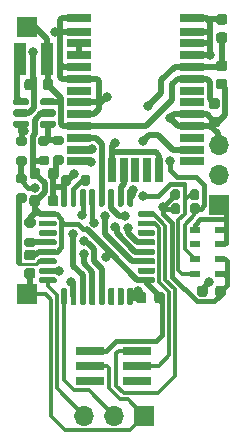
<source format=gbr>
%TF.GenerationSoftware,KiCad,Pcbnew,5.1.9*%
%TF.CreationDate,2021-03-27T13:30:24+01:00*%
%TF.ProjectId,picoballoon,7069636f-6261-46c6-9c6f-6f6e2e6b6963,0.1*%
%TF.SameCoordinates,Original*%
%TF.FileFunction,Copper,L1,Top*%
%TF.FilePolarity,Positive*%
%FSLAX46Y46*%
G04 Gerber Fmt 4.6, Leading zero omitted, Abs format (unit mm)*
G04 Created by KiCad (PCBNEW 5.1.9) date 2021-03-27 13:30:24*
%MOMM*%
%LPD*%
G01*
G04 APERTURE LIST*
%TA.AperFunction,ComponentPad*%
%ADD10O,1.700000X1.700000*%
%TD*%
%TA.AperFunction,ComponentPad*%
%ADD11R,1.700000X1.700000*%
%TD*%
%TA.AperFunction,SMDPad,CuDef*%
%ADD12R,0.700000X2.150000*%
%TD*%
%TA.AperFunction,SMDPad,CuDef*%
%ADD13R,2.150000X0.700000*%
%TD*%
%TA.AperFunction,SMDPad,CuDef*%
%ADD14R,2.400000X0.740000*%
%TD*%
%TA.AperFunction,SMDPad,CuDef*%
%ADD15R,1.000000X2.750000*%
%TD*%
%TA.AperFunction,SMDPad,CuDef*%
%ADD16R,0.950000X0.550000*%
%TD*%
%TA.AperFunction,ViaPad*%
%ADD17C,0.800000*%
%TD*%
%TA.AperFunction,Conductor*%
%ADD18C,0.500000*%
%TD*%
%TA.AperFunction,Conductor*%
%ADD19C,0.400000*%
%TD*%
%TA.AperFunction,Conductor*%
%ADD20C,0.300000*%
%TD*%
%TA.AperFunction,Conductor*%
%ADD21C,0.250000*%
%TD*%
G04 APERTURE END LIST*
D10*
%TO.P,J5,3*%
%TO.N,GND*%
X137380000Y-69940000D03*
%TO.P,J5,2*%
%TO.N,Net-(J5-Pad2)*%
X137380000Y-72480000D03*
D11*
%TO.P,J5,1*%
%TO.N,GND*%
X137380000Y-75020000D03*
%TD*%
%TO.P,J2,1*%
%TO.N,GND*%
X121100000Y-82600000D03*
%TD*%
%TO.P,R3,2*%
%TO.N,Net-(JP1-Pad1)*%
%TA.AperFunction,SMDPad,CuDef*%
G36*
G01*
X120925000Y-70050000D02*
X120375000Y-70050000D01*
G75*
G02*
X120175000Y-69850000I0J200000D01*
G01*
X120175000Y-69450000D01*
G75*
G02*
X120375000Y-69250000I200000J0D01*
G01*
X120925000Y-69250000D01*
G75*
G02*
X121125000Y-69450000I0J-200000D01*
G01*
X121125000Y-69850000D01*
G75*
G02*
X120925000Y-70050000I-200000J0D01*
G01*
G37*
%TD.AperFunction*%
%TO.P,R3,1*%
%TO.N,+BATT*%
%TA.AperFunction,SMDPad,CuDef*%
G36*
G01*
X120925000Y-71700000D02*
X120375000Y-71700000D01*
G75*
G02*
X120175000Y-71500000I0J200000D01*
G01*
X120175000Y-71100000D01*
G75*
G02*
X120375000Y-70900000I200000J0D01*
G01*
X120925000Y-70900000D01*
G75*
G02*
X121125000Y-71100000I0J-200000D01*
G01*
X121125000Y-71500000D01*
G75*
G02*
X120925000Y-71700000I-200000J0D01*
G01*
G37*
%TD.AperFunction*%
%TD*%
%TO.P,U4,1*%
%TO.N,+3V3*%
%TA.AperFunction,SMDPad,CuDef*%
G36*
G01*
X122125000Y-75925000D02*
X122125000Y-75675000D01*
G75*
G02*
X122250000Y-75550000I125000J0D01*
G01*
X123500000Y-75550000D01*
G75*
G02*
X123625000Y-75675000I0J-125000D01*
G01*
X123625000Y-75925000D01*
G75*
G02*
X123500000Y-76050000I-125000J0D01*
G01*
X122250000Y-76050000D01*
G75*
G02*
X122125000Y-75925000I0J125000D01*
G01*
G37*
%TD.AperFunction*%
%TO.P,U4,2*%
%TO.N,N/C*%
%TA.AperFunction,SMDPad,CuDef*%
G36*
G01*
X122125000Y-76725000D02*
X122125000Y-76475000D01*
G75*
G02*
X122250000Y-76350000I125000J0D01*
G01*
X123500000Y-76350000D01*
G75*
G02*
X123625000Y-76475000I0J-125000D01*
G01*
X123625000Y-76725000D01*
G75*
G02*
X123500000Y-76850000I-125000J0D01*
G01*
X122250000Y-76850000D01*
G75*
G02*
X122125000Y-76725000I0J125000D01*
G01*
G37*
%TD.AperFunction*%
%TO.P,U4,3*%
%TA.AperFunction,SMDPad,CuDef*%
G36*
G01*
X122125000Y-77525000D02*
X122125000Y-77275000D01*
G75*
G02*
X122250000Y-77150000I125000J0D01*
G01*
X123500000Y-77150000D01*
G75*
G02*
X123625000Y-77275000I0J-125000D01*
G01*
X123625000Y-77525000D01*
G75*
G02*
X123500000Y-77650000I-125000J0D01*
G01*
X122250000Y-77650000D01*
G75*
G02*
X122125000Y-77525000I0J125000D01*
G01*
G37*
%TD.AperFunction*%
%TO.P,U4,4*%
%TO.N,Net-(R5-Pad1)*%
%TA.AperFunction,SMDPad,CuDef*%
G36*
G01*
X122125000Y-78325000D02*
X122125000Y-78075000D01*
G75*
G02*
X122250000Y-77950000I125000J0D01*
G01*
X123500000Y-77950000D01*
G75*
G02*
X123625000Y-78075000I0J-125000D01*
G01*
X123625000Y-78325000D01*
G75*
G02*
X123500000Y-78450000I-125000J0D01*
G01*
X122250000Y-78450000D01*
G75*
G02*
X122125000Y-78325000I0J125000D01*
G01*
G37*
%TD.AperFunction*%
%TO.P,U4,5*%
%TO.N,+3V3*%
%TA.AperFunction,SMDPad,CuDef*%
G36*
G01*
X122125000Y-79125000D02*
X122125000Y-78875000D01*
G75*
G02*
X122250000Y-78750000I125000J0D01*
G01*
X123500000Y-78750000D01*
G75*
G02*
X123625000Y-78875000I0J-125000D01*
G01*
X123625000Y-79125000D01*
G75*
G02*
X123500000Y-79250000I-125000J0D01*
G01*
X122250000Y-79250000D01*
G75*
G02*
X122125000Y-79125000I0J125000D01*
G01*
G37*
%TD.AperFunction*%
%TO.P,U4,6*%
%TO.N,/VBATT*%
%TA.AperFunction,SMDPad,CuDef*%
G36*
G01*
X122125000Y-79925000D02*
X122125000Y-79675000D01*
G75*
G02*
X122250000Y-79550000I125000J0D01*
G01*
X123500000Y-79550000D01*
G75*
G02*
X123625000Y-79675000I0J-125000D01*
G01*
X123625000Y-79925000D01*
G75*
G02*
X123500000Y-80050000I-125000J0D01*
G01*
X122250000Y-80050000D01*
G75*
G02*
X122125000Y-79925000I0J125000D01*
G01*
G37*
%TD.AperFunction*%
%TO.P,U4,7*%
%TO.N,/RFM_IO1*%
%TA.AperFunction,SMDPad,CuDef*%
G36*
G01*
X122125000Y-80725000D02*
X122125000Y-80475000D01*
G75*
G02*
X122250000Y-80350000I125000J0D01*
G01*
X123500000Y-80350000D01*
G75*
G02*
X123625000Y-80475000I0J-125000D01*
G01*
X123625000Y-80725000D01*
G75*
G02*
X123500000Y-80850000I-125000J0D01*
G01*
X122250000Y-80850000D01*
G75*
G02*
X122125000Y-80725000I0J125000D01*
G01*
G37*
%TD.AperFunction*%
%TO.P,U4,8*%
%TO.N,/DEBUG_TXD*%
%TA.AperFunction,SMDPad,CuDef*%
G36*
G01*
X122125000Y-81525000D02*
X122125000Y-81275000D01*
G75*
G02*
X122250000Y-81150000I125000J0D01*
G01*
X123500000Y-81150000D01*
G75*
G02*
X123625000Y-81275000I0J-125000D01*
G01*
X123625000Y-81525000D01*
G75*
G02*
X123500000Y-81650000I-125000J0D01*
G01*
X122250000Y-81650000D01*
G75*
G02*
X122125000Y-81525000I0J125000D01*
G01*
G37*
%TD.AperFunction*%
%TO.P,U4,9*%
%TO.N,/DEBUG_RXD*%
%TA.AperFunction,SMDPad,CuDef*%
G36*
G01*
X124000000Y-83400000D02*
X124000000Y-82150000D01*
G75*
G02*
X124125000Y-82025000I125000J0D01*
G01*
X124375000Y-82025000D01*
G75*
G02*
X124500000Y-82150000I0J-125000D01*
G01*
X124500000Y-83400000D01*
G75*
G02*
X124375000Y-83525000I-125000J0D01*
G01*
X124125000Y-83525000D01*
G75*
G02*
X124000000Y-83400000I0J125000D01*
G01*
G37*
%TD.AperFunction*%
%TO.P,U4,10*%
%TO.N,/RFM_IO0*%
%TA.AperFunction,SMDPad,CuDef*%
G36*
G01*
X124800000Y-83400000D02*
X124800000Y-82150000D01*
G75*
G02*
X124925000Y-82025000I125000J0D01*
G01*
X125175000Y-82025000D01*
G75*
G02*
X125300000Y-82150000I0J-125000D01*
G01*
X125300000Y-83400000D01*
G75*
G02*
X125175000Y-83525000I-125000J0D01*
G01*
X124925000Y-83525000D01*
G75*
G02*
X124800000Y-83400000I0J125000D01*
G01*
G37*
%TD.AperFunction*%
%TO.P,U4,11*%
%TO.N,/SCK*%
%TA.AperFunction,SMDPad,CuDef*%
G36*
G01*
X125600000Y-83400000D02*
X125600000Y-82150000D01*
G75*
G02*
X125725000Y-82025000I125000J0D01*
G01*
X125975000Y-82025000D01*
G75*
G02*
X126100000Y-82150000I0J-125000D01*
G01*
X126100000Y-83400000D01*
G75*
G02*
X125975000Y-83525000I-125000J0D01*
G01*
X125725000Y-83525000D01*
G75*
G02*
X125600000Y-83400000I0J125000D01*
G01*
G37*
%TD.AperFunction*%
%TO.P,U4,12*%
%TO.N,/MISO*%
%TA.AperFunction,SMDPad,CuDef*%
G36*
G01*
X126400000Y-83400000D02*
X126400000Y-82150000D01*
G75*
G02*
X126525000Y-82025000I125000J0D01*
G01*
X126775000Y-82025000D01*
G75*
G02*
X126900000Y-82150000I0J-125000D01*
G01*
X126900000Y-83400000D01*
G75*
G02*
X126775000Y-83525000I-125000J0D01*
G01*
X126525000Y-83525000D01*
G75*
G02*
X126400000Y-83400000I0J125000D01*
G01*
G37*
%TD.AperFunction*%
%TO.P,U4,13*%
%TO.N,/MOSI*%
%TA.AperFunction,SMDPad,CuDef*%
G36*
G01*
X127200000Y-83400000D02*
X127200000Y-82150000D01*
G75*
G02*
X127325000Y-82025000I125000J0D01*
G01*
X127575000Y-82025000D01*
G75*
G02*
X127700000Y-82150000I0J-125000D01*
G01*
X127700000Y-83400000D01*
G75*
G02*
X127575000Y-83525000I-125000J0D01*
G01*
X127325000Y-83525000D01*
G75*
G02*
X127200000Y-83400000I0J125000D01*
G01*
G37*
%TD.AperFunction*%
%TO.P,U4,14*%
%TO.N,N/C*%
%TA.AperFunction,SMDPad,CuDef*%
G36*
G01*
X128000000Y-83400000D02*
X128000000Y-82150000D01*
G75*
G02*
X128125000Y-82025000I125000J0D01*
G01*
X128375000Y-82025000D01*
G75*
G02*
X128500000Y-82150000I0J-125000D01*
G01*
X128500000Y-83400000D01*
G75*
G02*
X128375000Y-83525000I-125000J0D01*
G01*
X128125000Y-83525000D01*
G75*
G02*
X128000000Y-83400000I0J125000D01*
G01*
G37*
%TD.AperFunction*%
%TO.P,U4,15*%
%TA.AperFunction,SMDPad,CuDef*%
G36*
G01*
X128800000Y-83400000D02*
X128800000Y-82150000D01*
G75*
G02*
X128925000Y-82025000I125000J0D01*
G01*
X129175000Y-82025000D01*
G75*
G02*
X129300000Y-82150000I0J-125000D01*
G01*
X129300000Y-83400000D01*
G75*
G02*
X129175000Y-83525000I-125000J0D01*
G01*
X128925000Y-83525000D01*
G75*
G02*
X128800000Y-83400000I0J125000D01*
G01*
G37*
%TD.AperFunction*%
%TO.P,U4,16*%
%TO.N,GND*%
%TA.AperFunction,SMDPad,CuDef*%
G36*
G01*
X129600000Y-83400000D02*
X129600000Y-82150000D01*
G75*
G02*
X129725000Y-82025000I125000J0D01*
G01*
X129975000Y-82025000D01*
G75*
G02*
X130100000Y-82150000I0J-125000D01*
G01*
X130100000Y-83400000D01*
G75*
G02*
X129975000Y-83525000I-125000J0D01*
G01*
X129725000Y-83525000D01*
G75*
G02*
X129600000Y-83400000I0J125000D01*
G01*
G37*
%TD.AperFunction*%
%TO.P,U4,17*%
%TO.N,+3V3*%
%TA.AperFunction,SMDPad,CuDef*%
G36*
G01*
X130475000Y-81525000D02*
X130475000Y-81275000D01*
G75*
G02*
X130600000Y-81150000I125000J0D01*
G01*
X131850000Y-81150000D01*
G75*
G02*
X131975000Y-81275000I0J-125000D01*
G01*
X131975000Y-81525000D01*
G75*
G02*
X131850000Y-81650000I-125000J0D01*
G01*
X130600000Y-81650000D01*
G75*
G02*
X130475000Y-81525000I0J125000D01*
G01*
G37*
%TD.AperFunction*%
%TO.P,U4,18*%
%TO.N,N/C*%
%TA.AperFunction,SMDPad,CuDef*%
G36*
G01*
X130475000Y-80725000D02*
X130475000Y-80475000D01*
G75*
G02*
X130600000Y-80350000I125000J0D01*
G01*
X131850000Y-80350000D01*
G75*
G02*
X131975000Y-80475000I0J-125000D01*
G01*
X131975000Y-80725000D01*
G75*
G02*
X131850000Y-80850000I-125000J0D01*
G01*
X130600000Y-80850000D01*
G75*
G02*
X130475000Y-80725000I0J125000D01*
G01*
G37*
%TD.AperFunction*%
%TO.P,U4,19*%
%TO.N,/GPS_TXD*%
%TA.AperFunction,SMDPad,CuDef*%
G36*
G01*
X130475000Y-79925000D02*
X130475000Y-79675000D01*
G75*
G02*
X130600000Y-79550000I125000J0D01*
G01*
X131850000Y-79550000D01*
G75*
G02*
X131975000Y-79675000I0J-125000D01*
G01*
X131975000Y-79925000D01*
G75*
G02*
X131850000Y-80050000I-125000J0D01*
G01*
X130600000Y-80050000D01*
G75*
G02*
X130475000Y-79925000I0J125000D01*
G01*
G37*
%TD.AperFunction*%
%TO.P,U4,20*%
%TO.N,/GPS_RXD*%
%TA.AperFunction,SMDPad,CuDef*%
G36*
G01*
X130475000Y-79125000D02*
X130475000Y-78875000D01*
G75*
G02*
X130600000Y-78750000I125000J0D01*
G01*
X131850000Y-78750000D01*
G75*
G02*
X131975000Y-78875000I0J-125000D01*
G01*
X131975000Y-79125000D01*
G75*
G02*
X131850000Y-79250000I-125000J0D01*
G01*
X130600000Y-79250000D01*
G75*
G02*
X130475000Y-79125000I0J125000D01*
G01*
G37*
%TD.AperFunction*%
%TO.P,U4,21*%
%TO.N,/RFM_RESET*%
%TA.AperFunction,SMDPad,CuDef*%
G36*
G01*
X130475000Y-78325000D02*
X130475000Y-78075000D01*
G75*
G02*
X130600000Y-77950000I125000J0D01*
G01*
X131850000Y-77950000D01*
G75*
G02*
X131975000Y-78075000I0J-125000D01*
G01*
X131975000Y-78325000D01*
G75*
G02*
X131850000Y-78450000I-125000J0D01*
G01*
X130600000Y-78450000D01*
G75*
G02*
X130475000Y-78325000I0J125000D01*
G01*
G37*
%TD.AperFunction*%
%TO.P,U4,22*%
%TO.N,N/C*%
%TA.AperFunction,SMDPad,CuDef*%
G36*
G01*
X130475000Y-77525000D02*
X130475000Y-77275000D01*
G75*
G02*
X130600000Y-77150000I125000J0D01*
G01*
X131850000Y-77150000D01*
G75*
G02*
X131975000Y-77275000I0J-125000D01*
G01*
X131975000Y-77525000D01*
G75*
G02*
X131850000Y-77650000I-125000J0D01*
G01*
X130600000Y-77650000D01*
G75*
G02*
X130475000Y-77525000I0J125000D01*
G01*
G37*
%TD.AperFunction*%
%TO.P,U4,23*%
%TO.N,/SWDIO*%
%TA.AperFunction,SMDPad,CuDef*%
G36*
G01*
X130475000Y-76725000D02*
X130475000Y-76475000D01*
G75*
G02*
X130600000Y-76350000I125000J0D01*
G01*
X131850000Y-76350000D01*
G75*
G02*
X131975000Y-76475000I0J-125000D01*
G01*
X131975000Y-76725000D01*
G75*
G02*
X131850000Y-76850000I-125000J0D01*
G01*
X130600000Y-76850000D01*
G75*
G02*
X130475000Y-76725000I0J125000D01*
G01*
G37*
%TD.AperFunction*%
%TO.P,U4,24*%
%TO.N,/SWCLK*%
%TA.AperFunction,SMDPad,CuDef*%
G36*
G01*
X130475000Y-75925000D02*
X130475000Y-75675000D01*
G75*
G02*
X130600000Y-75550000I125000J0D01*
G01*
X131850000Y-75550000D01*
G75*
G02*
X131975000Y-75675000I0J-125000D01*
G01*
X131975000Y-75925000D01*
G75*
G02*
X131850000Y-76050000I-125000J0D01*
G01*
X130600000Y-76050000D01*
G75*
G02*
X130475000Y-75925000I0J125000D01*
G01*
G37*
%TD.AperFunction*%
%TO.P,U4,25*%
%TO.N,/GPS_FIX*%
%TA.AperFunction,SMDPad,CuDef*%
G36*
G01*
X129600000Y-75050000D02*
X129600000Y-73800000D01*
G75*
G02*
X129725000Y-73675000I125000J0D01*
G01*
X129975000Y-73675000D01*
G75*
G02*
X130100000Y-73800000I0J-125000D01*
G01*
X130100000Y-75050000D01*
G75*
G02*
X129975000Y-75175000I-125000J0D01*
G01*
X129725000Y-75175000D01*
G75*
G02*
X129600000Y-75050000I0J125000D01*
G01*
G37*
%TD.AperFunction*%
%TO.P,U4,26*%
%TO.N,/GPS_ON*%
%TA.AperFunction,SMDPad,CuDef*%
G36*
G01*
X128800000Y-75050000D02*
X128800000Y-73800000D01*
G75*
G02*
X128925000Y-73675000I125000J0D01*
G01*
X129175000Y-73675000D01*
G75*
G02*
X129300000Y-73800000I0J-125000D01*
G01*
X129300000Y-75050000D01*
G75*
G02*
X129175000Y-75175000I-125000J0D01*
G01*
X128925000Y-75175000D01*
G75*
G02*
X128800000Y-75050000I0J125000D01*
G01*
G37*
%TD.AperFunction*%
%TO.P,U4,27*%
%TO.N,/RFM_CS*%
%TA.AperFunction,SMDPad,CuDef*%
G36*
G01*
X128000000Y-75050000D02*
X128000000Y-73800000D01*
G75*
G02*
X128125000Y-73675000I125000J0D01*
G01*
X128375000Y-73675000D01*
G75*
G02*
X128500000Y-73800000I0J-125000D01*
G01*
X128500000Y-75050000D01*
G75*
G02*
X128375000Y-75175000I-125000J0D01*
G01*
X128125000Y-75175000D01*
G75*
G02*
X128000000Y-75050000I0J125000D01*
G01*
G37*
%TD.AperFunction*%
%TO.P,U4,28*%
%TO.N,/GPS_FENCE*%
%TA.AperFunction,SMDPad,CuDef*%
G36*
G01*
X127200000Y-75050000D02*
X127200000Y-73800000D01*
G75*
G02*
X127325000Y-73675000I125000J0D01*
G01*
X127575000Y-73675000D01*
G75*
G02*
X127700000Y-73800000I0J-125000D01*
G01*
X127700000Y-75050000D01*
G75*
G02*
X127575000Y-75175000I-125000J0D01*
G01*
X127325000Y-75175000D01*
G75*
G02*
X127200000Y-75050000I0J125000D01*
G01*
G37*
%TD.AperFunction*%
%TO.P,U4,29*%
%TO.N,/SCL*%
%TA.AperFunction,SMDPad,CuDef*%
G36*
G01*
X126400000Y-75050000D02*
X126400000Y-73800000D01*
G75*
G02*
X126525000Y-73675000I125000J0D01*
G01*
X126775000Y-73675000D01*
G75*
G02*
X126900000Y-73800000I0J-125000D01*
G01*
X126900000Y-75050000D01*
G75*
G02*
X126775000Y-75175000I-125000J0D01*
G01*
X126525000Y-75175000D01*
G75*
G02*
X126400000Y-75050000I0J125000D01*
G01*
G37*
%TD.AperFunction*%
%TO.P,U4,30*%
%TO.N,/SDA*%
%TA.AperFunction,SMDPad,CuDef*%
G36*
G01*
X125600000Y-75050000D02*
X125600000Y-73800000D01*
G75*
G02*
X125725000Y-73675000I125000J0D01*
G01*
X125975000Y-73675000D01*
G75*
G02*
X126100000Y-73800000I0J-125000D01*
G01*
X126100000Y-75050000D01*
G75*
G02*
X125975000Y-75175000I-125000J0D01*
G01*
X125725000Y-75175000D01*
G75*
G02*
X125600000Y-75050000I0J125000D01*
G01*
G37*
%TD.AperFunction*%
%TO.P,U4,31*%
%TO.N,Net-(R4-Pad1)*%
%TA.AperFunction,SMDPad,CuDef*%
G36*
G01*
X124800000Y-75050000D02*
X124800000Y-73800000D01*
G75*
G02*
X124925000Y-73675000I125000J0D01*
G01*
X125175000Y-73675000D01*
G75*
G02*
X125300000Y-73800000I0J-125000D01*
G01*
X125300000Y-75050000D01*
G75*
G02*
X125175000Y-75175000I-125000J0D01*
G01*
X124925000Y-75175000D01*
G75*
G02*
X124800000Y-75050000I0J125000D01*
G01*
G37*
%TD.AperFunction*%
%TO.P,U4,32*%
%TO.N,GND*%
%TA.AperFunction,SMDPad,CuDef*%
G36*
G01*
X124000000Y-75050000D02*
X124000000Y-73800000D01*
G75*
G02*
X124125000Y-73675000I125000J0D01*
G01*
X124375000Y-73675000D01*
G75*
G02*
X124500000Y-73800000I0J-125000D01*
G01*
X124500000Y-75050000D01*
G75*
G02*
X124375000Y-75175000I-125000J0D01*
G01*
X124125000Y-75175000D01*
G75*
G02*
X124000000Y-75050000I0J125000D01*
G01*
G37*
%TD.AperFunction*%
%TD*%
D12*
%TO.P,U3,31*%
%TO.N,GND*%
X132300000Y-72100000D03*
%TO.P,U3,30*%
%TO.N,N/C*%
X131300000Y-72100000D03*
%TO.P,U3,29*%
X130300000Y-72100000D03*
%TO.P,U3,28*%
%TO.N,/GPS_ON*%
X129300000Y-72100000D03*
%TO.P,U3,27*%
%TO.N,GND*%
X128300000Y-72100000D03*
D13*
%TO.P,U3,26*%
%TO.N,/GPS_TXD*%
X125550000Y-71350000D03*
%TO.P,U3,25*%
%TO.N,/GPS_RXD*%
X125550000Y-70350000D03*
%TO.P,U3,24*%
%TO.N,/GPS_FENCE*%
X125550000Y-69350000D03*
%TO.P,U3,23*%
%TO.N,+BATT*%
X125550000Y-68350000D03*
%TO.P,U3,22*%
%TO.N,GND*%
X125550000Y-67350000D03*
%TO.P,U3,21*%
X125550000Y-66350000D03*
%TO.P,U3,20*%
%TO.N,N/C*%
X125550000Y-65350000D03*
%TO.P,U3,19*%
%TO.N,GND*%
X125550000Y-64350000D03*
%TO.P,U3,18*%
X125550000Y-63350000D03*
%TO.P,U3,17*%
%TO.N,Net-(U3-Pad16)*%
X125550000Y-62350000D03*
%TO.P,U3,16*%
X125550000Y-61350000D03*
%TO.P,U3,15*%
%TO.N,GND*%
X125550000Y-60350000D03*
%TO.P,U3,14*%
X125550000Y-59200000D03*
%TO.P,U3,13*%
X135050000Y-59200000D03*
%TO.P,U3,12*%
X135050000Y-60350000D03*
%TO.P,U3,11*%
X135050000Y-61350000D03*
%TO.P,U3,10*%
X135050000Y-62350000D03*
%TO.P,U3,9*%
%TO.N,+3V3*%
X135050000Y-63350000D03*
%TO.P,U3,8*%
%TO.N,+BATT*%
X135050000Y-64350000D03*
%TO.P,U3,7*%
%TO.N,N/C*%
X135050000Y-65350000D03*
%TO.P,U3,6*%
X135050000Y-66350000D03*
%TO.P,U3,5*%
%TO.N,GND*%
X135050000Y-67350000D03*
%TO.P,U3,4*%
X135050000Y-68350000D03*
%TO.P,U3,3*%
%TO.N,N/C*%
X135050000Y-69350000D03*
%TO.P,U3,2*%
%TO.N,/GPS_FIX*%
X135050000Y-70350000D03*
%TO.P,U3,1*%
%TO.N,N/C*%
X135050000Y-71350000D03*
%TD*%
%TO.P,C1,2*%
%TO.N,GND*%
%TA.AperFunction,SMDPad,CuDef*%
G36*
G01*
X137850000Y-59775000D02*
X137350000Y-59775000D01*
G75*
G02*
X137125000Y-59550000I0J225000D01*
G01*
X137125000Y-59100000D01*
G75*
G02*
X137350000Y-58875000I225000J0D01*
G01*
X137850000Y-58875000D01*
G75*
G02*
X138075000Y-59100000I0J-225000D01*
G01*
X138075000Y-59550000D01*
G75*
G02*
X137850000Y-59775000I-225000J0D01*
G01*
G37*
%TD.AperFunction*%
%TO.P,C1,1*%
%TO.N,+3V3*%
%TA.AperFunction,SMDPad,CuDef*%
G36*
G01*
X137850000Y-61325000D02*
X137350000Y-61325000D01*
G75*
G02*
X137125000Y-61100000I0J225000D01*
G01*
X137125000Y-60650000D01*
G75*
G02*
X137350000Y-60425000I225000J0D01*
G01*
X137850000Y-60425000D01*
G75*
G02*
X138075000Y-60650000I0J-225000D01*
G01*
X138075000Y-61100000D01*
G75*
G02*
X137850000Y-61325000I-225000J0D01*
G01*
G37*
%TD.AperFunction*%
%TD*%
%TO.P,C2,1*%
%TO.N,+3V3*%
%TA.AperFunction,SMDPad,CuDef*%
G36*
G01*
X137350000Y-62800000D02*
X137850000Y-62800000D01*
G75*
G02*
X138075000Y-63025000I0J-225000D01*
G01*
X138075000Y-63475000D01*
G75*
G02*
X137850000Y-63700000I-225000J0D01*
G01*
X137350000Y-63700000D01*
G75*
G02*
X137125000Y-63475000I0J225000D01*
G01*
X137125000Y-63025000D01*
G75*
G02*
X137350000Y-62800000I225000J0D01*
G01*
G37*
%TD.AperFunction*%
%TO.P,C2,2*%
%TO.N,GND*%
%TA.AperFunction,SMDPad,CuDef*%
G36*
G01*
X137350000Y-64350000D02*
X137850000Y-64350000D01*
G75*
G02*
X138075000Y-64575000I0J-225000D01*
G01*
X138075000Y-65025000D01*
G75*
G02*
X137850000Y-65250000I-225000J0D01*
G01*
X137350000Y-65250000D01*
G75*
G02*
X137125000Y-65025000I0J225000D01*
G01*
X137125000Y-64575000D01*
G75*
G02*
X137350000Y-64350000I225000J0D01*
G01*
G37*
%TD.AperFunction*%
%TD*%
%TO.P,C4,1*%
%TO.N,GND*%
%TA.AperFunction,SMDPad,CuDef*%
G36*
G01*
X135510000Y-82580000D02*
X135510000Y-82080000D01*
G75*
G02*
X135735000Y-81855000I225000J0D01*
G01*
X136185000Y-81855000D01*
G75*
G02*
X136410000Y-82080000I0J-225000D01*
G01*
X136410000Y-82580000D01*
G75*
G02*
X136185000Y-82805000I-225000J0D01*
G01*
X135735000Y-82805000D01*
G75*
G02*
X135510000Y-82580000I0J225000D01*
G01*
G37*
%TD.AperFunction*%
%TO.P,C4,2*%
%TO.N,+3V3*%
%TA.AperFunction,SMDPad,CuDef*%
G36*
G01*
X137060000Y-82580000D02*
X137060000Y-82080000D01*
G75*
G02*
X137285000Y-81855000I225000J0D01*
G01*
X137735000Y-81855000D01*
G75*
G02*
X137960000Y-82080000I0J-225000D01*
G01*
X137960000Y-82580000D01*
G75*
G02*
X137735000Y-82805000I-225000J0D01*
G01*
X137285000Y-82805000D01*
G75*
G02*
X137060000Y-82580000I0J225000D01*
G01*
G37*
%TD.AperFunction*%
%TD*%
%TO.P,C5,1*%
%TO.N,GND*%
%TA.AperFunction,SMDPad,CuDef*%
G36*
G01*
X137225000Y-68450000D02*
X136725000Y-68450000D01*
G75*
G02*
X136500000Y-68225000I0J225000D01*
G01*
X136500000Y-67775000D01*
G75*
G02*
X136725000Y-67550000I225000J0D01*
G01*
X137225000Y-67550000D01*
G75*
G02*
X137450000Y-67775000I0J-225000D01*
G01*
X137450000Y-68225000D01*
G75*
G02*
X137225000Y-68450000I-225000J0D01*
G01*
G37*
%TD.AperFunction*%
%TO.P,C5,2*%
%TO.N,+BATT*%
%TA.AperFunction,SMDPad,CuDef*%
G36*
G01*
X137225000Y-66900000D02*
X136725000Y-66900000D01*
G75*
G02*
X136500000Y-66675000I0J225000D01*
G01*
X136500000Y-66225000D01*
G75*
G02*
X136725000Y-66000000I225000J0D01*
G01*
X137225000Y-66000000D01*
G75*
G02*
X137450000Y-66225000I0J-225000D01*
G01*
X137450000Y-66675000D01*
G75*
G02*
X137225000Y-66900000I-225000J0D01*
G01*
G37*
%TD.AperFunction*%
%TD*%
%TO.P,C6,2*%
%TO.N,GND*%
%TA.AperFunction,SMDPad,CuDef*%
G36*
G01*
X121800000Y-64600000D02*
X121800000Y-65100000D01*
G75*
G02*
X121575000Y-65325000I-225000J0D01*
G01*
X121125000Y-65325000D01*
G75*
G02*
X120900000Y-65100000I0J225000D01*
G01*
X120900000Y-64600000D01*
G75*
G02*
X121125000Y-64375000I225000J0D01*
G01*
X121575000Y-64375000D01*
G75*
G02*
X121800000Y-64600000I0J-225000D01*
G01*
G37*
%TD.AperFunction*%
%TO.P,C6,1*%
%TO.N,+BATT*%
%TA.AperFunction,SMDPad,CuDef*%
G36*
G01*
X123350000Y-64600000D02*
X123350000Y-65100000D01*
G75*
G02*
X123125000Y-65325000I-225000J0D01*
G01*
X122675000Y-65325000D01*
G75*
G02*
X122450000Y-65100000I0J225000D01*
G01*
X122450000Y-64600000D01*
G75*
G02*
X122675000Y-64375000I225000J0D01*
G01*
X123125000Y-64375000D01*
G75*
G02*
X123350000Y-64600000I0J-225000D01*
G01*
G37*
%TD.AperFunction*%
%TD*%
%TO.P,C7,1*%
%TO.N,+3V3*%
%TA.AperFunction,SMDPad,CuDef*%
G36*
G01*
X121100000Y-78825000D02*
X121600000Y-78825000D01*
G75*
G02*
X121825000Y-79050000I0J-225000D01*
G01*
X121825000Y-79500000D01*
G75*
G02*
X121600000Y-79725000I-225000J0D01*
G01*
X121100000Y-79725000D01*
G75*
G02*
X120875000Y-79500000I0J225000D01*
G01*
X120875000Y-79050000D01*
G75*
G02*
X121100000Y-78825000I225000J0D01*
G01*
G37*
%TD.AperFunction*%
%TO.P,C7,2*%
%TO.N,GND*%
%TA.AperFunction,SMDPad,CuDef*%
G36*
G01*
X121100000Y-80375000D02*
X121600000Y-80375000D01*
G75*
G02*
X121825000Y-80600000I0J-225000D01*
G01*
X121825000Y-81050000D01*
G75*
G02*
X121600000Y-81275000I-225000J0D01*
G01*
X121100000Y-81275000D01*
G75*
G02*
X120875000Y-81050000I0J225000D01*
G01*
X120875000Y-80600000D01*
G75*
G02*
X121100000Y-80375000I225000J0D01*
G01*
G37*
%TD.AperFunction*%
%TD*%
%TO.P,C8,2*%
%TO.N,GND*%
%TA.AperFunction,SMDPad,CuDef*%
G36*
G01*
X122875000Y-74925000D02*
X122875000Y-74425000D01*
G75*
G02*
X123100000Y-74200000I225000J0D01*
G01*
X123550000Y-74200000D01*
G75*
G02*
X123775000Y-74425000I0J-225000D01*
G01*
X123775000Y-74925000D01*
G75*
G02*
X123550000Y-75150000I-225000J0D01*
G01*
X123100000Y-75150000D01*
G75*
G02*
X122875000Y-74925000I0J225000D01*
G01*
G37*
%TD.AperFunction*%
%TO.P,C8,1*%
%TO.N,+3V3*%
%TA.AperFunction,SMDPad,CuDef*%
G36*
G01*
X121325000Y-74925000D02*
X121325000Y-74425000D01*
G75*
G02*
X121550000Y-74200000I225000J0D01*
G01*
X122000000Y-74200000D01*
G75*
G02*
X122225000Y-74425000I0J-225000D01*
G01*
X122225000Y-74925000D01*
G75*
G02*
X122000000Y-75150000I-225000J0D01*
G01*
X121550000Y-75150000D01*
G75*
G02*
X121325000Y-74925000I0J225000D01*
G01*
G37*
%TD.AperFunction*%
%TD*%
%TO.P,C9,1*%
%TO.N,+3V3*%
%TA.AperFunction,SMDPad,CuDef*%
G36*
G01*
X121350000Y-72625000D02*
X121350000Y-72125000D01*
G75*
G02*
X121575000Y-71900000I225000J0D01*
G01*
X122025000Y-71900000D01*
G75*
G02*
X122250000Y-72125000I0J-225000D01*
G01*
X122250000Y-72625000D01*
G75*
G02*
X122025000Y-72850000I-225000J0D01*
G01*
X121575000Y-72850000D01*
G75*
G02*
X121350000Y-72625000I0J225000D01*
G01*
G37*
%TD.AperFunction*%
%TO.P,C9,2*%
%TO.N,GND*%
%TA.AperFunction,SMDPad,CuDef*%
G36*
G01*
X122900000Y-72625000D02*
X122900000Y-72125000D01*
G75*
G02*
X123125000Y-71900000I225000J0D01*
G01*
X123575000Y-71900000D01*
G75*
G02*
X123800000Y-72125000I0J-225000D01*
G01*
X123800000Y-72625000D01*
G75*
G02*
X123575000Y-72850000I-225000J0D01*
G01*
X123125000Y-72850000D01*
G75*
G02*
X122900000Y-72625000I0J225000D01*
G01*
G37*
%TD.AperFunction*%
%TD*%
%TO.P,C10,1*%
%TO.N,+3V3*%
%TA.AperFunction,SMDPad,CuDef*%
G36*
G01*
X132780000Y-82630000D02*
X132780000Y-83130000D01*
G75*
G02*
X132555000Y-83355000I-225000J0D01*
G01*
X132105000Y-83355000D01*
G75*
G02*
X131880000Y-83130000I0J225000D01*
G01*
X131880000Y-82630000D01*
G75*
G02*
X132105000Y-82405000I225000J0D01*
G01*
X132555000Y-82405000D01*
G75*
G02*
X132780000Y-82630000I0J-225000D01*
G01*
G37*
%TD.AperFunction*%
%TO.P,C10,2*%
%TO.N,GND*%
%TA.AperFunction,SMDPad,CuDef*%
G36*
G01*
X131230000Y-82630000D02*
X131230000Y-83130000D01*
G75*
G02*
X131005000Y-83355000I-225000J0D01*
G01*
X130555000Y-83355000D01*
G75*
G02*
X130330000Y-83130000I0J225000D01*
G01*
X130330000Y-82630000D01*
G75*
G02*
X130555000Y-82405000I225000J0D01*
G01*
X131005000Y-82405000D01*
G75*
G02*
X131230000Y-82630000I0J-225000D01*
G01*
G37*
%TD.AperFunction*%
%TD*%
D11*
%TO.P,J1,1*%
%TO.N,+BATT*%
X121100000Y-59950000D03*
%TD*%
%TO.P,J3,1*%
%TO.N,GND*%
X131020000Y-92860000D03*
D10*
%TO.P,J3,2*%
%TO.N,/DEBUG_RXD*%
X128480000Y-92860000D03*
%TO.P,J3,3*%
%TO.N,/DEBUG_TXD*%
X125940000Y-92860000D03*
%TD*%
D14*
%TO.P,J4,1*%
%TO.N,+3V3*%
X126490000Y-87380000D03*
%TO.P,J4,2*%
%TO.N,/SWCLK*%
X130390000Y-87380000D03*
%TO.P,J4,3*%
%TO.N,GND*%
X126490000Y-88650000D03*
%TO.P,J4,4*%
%TO.N,/SWDIO*%
X130390000Y-88650000D03*
%TO.P,J4,5*%
%TO.N,N/C*%
X126490000Y-89920000D03*
%TO.P,J4,6*%
X130390000Y-89920000D03*
%TD*%
D15*
%TO.P,L1,1*%
%TO.N,+BATT*%
X122850000Y-62650000D03*
%TO.P,L1,2*%
%TO.N,Net-(L1-Pad2)*%
X120550000Y-62650000D03*
%TD*%
%TO.P,R1,1*%
%TO.N,+3V3*%
%TA.AperFunction,SMDPad,CuDef*%
G36*
G01*
X133255000Y-74455000D02*
X133255000Y-73905000D01*
G75*
G02*
X133455000Y-73705000I200000J0D01*
G01*
X133855000Y-73705000D01*
G75*
G02*
X134055000Y-73905000I0J-200000D01*
G01*
X134055000Y-74455000D01*
G75*
G02*
X133855000Y-74655000I-200000J0D01*
G01*
X133455000Y-74655000D01*
G75*
G02*
X133255000Y-74455000I0J200000D01*
G01*
G37*
%TD.AperFunction*%
%TO.P,R1,2*%
%TO.N,/SCL*%
%TA.AperFunction,SMDPad,CuDef*%
G36*
G01*
X134905000Y-74455000D02*
X134905000Y-73905000D01*
G75*
G02*
X135105000Y-73705000I200000J0D01*
G01*
X135505000Y-73705000D01*
G75*
G02*
X135705000Y-73905000I0J-200000D01*
G01*
X135705000Y-74455000D01*
G75*
G02*
X135505000Y-74655000I-200000J0D01*
G01*
X135105000Y-74655000D01*
G75*
G02*
X134905000Y-74455000I0J200000D01*
G01*
G37*
%TD.AperFunction*%
%TD*%
%TO.P,R2,2*%
%TO.N,/SDA*%
%TA.AperFunction,SMDPad,CuDef*%
G36*
G01*
X134935000Y-75625000D02*
X134935000Y-75075000D01*
G75*
G02*
X135135000Y-74875000I200000J0D01*
G01*
X135535000Y-74875000D01*
G75*
G02*
X135735000Y-75075000I0J-200000D01*
G01*
X135735000Y-75625000D01*
G75*
G02*
X135535000Y-75825000I-200000J0D01*
G01*
X135135000Y-75825000D01*
G75*
G02*
X134935000Y-75625000I0J200000D01*
G01*
G37*
%TD.AperFunction*%
%TO.P,R2,1*%
%TO.N,+3V3*%
%TA.AperFunction,SMDPad,CuDef*%
G36*
G01*
X133285000Y-75625000D02*
X133285000Y-75075000D01*
G75*
G02*
X133485000Y-74875000I200000J0D01*
G01*
X133885000Y-74875000D01*
G75*
G02*
X134085000Y-75075000I0J-200000D01*
G01*
X134085000Y-75625000D01*
G75*
G02*
X133885000Y-75825000I-200000J0D01*
G01*
X133485000Y-75825000D01*
G75*
G02*
X133285000Y-75625000I0J200000D01*
G01*
G37*
%TD.AperFunction*%
%TD*%
%TO.P,R4,1*%
%TO.N,Net-(R4-Pad1)*%
%TA.AperFunction,SMDPad,CuDef*%
G36*
G01*
X126475000Y-72675000D02*
X126475000Y-73225000D01*
G75*
G02*
X126275000Y-73425000I-200000J0D01*
G01*
X125875000Y-73425000D01*
G75*
G02*
X125675000Y-73225000I0J200000D01*
G01*
X125675000Y-72675000D01*
G75*
G02*
X125875000Y-72475000I200000J0D01*
G01*
X126275000Y-72475000D01*
G75*
G02*
X126475000Y-72675000I0J-200000D01*
G01*
G37*
%TD.AperFunction*%
%TO.P,R4,2*%
%TO.N,GND*%
%TA.AperFunction,SMDPad,CuDef*%
G36*
G01*
X124825000Y-72675000D02*
X124825000Y-73225000D01*
G75*
G02*
X124625000Y-73425000I-200000J0D01*
G01*
X124225000Y-73425000D01*
G75*
G02*
X124025000Y-73225000I0J200000D01*
G01*
X124025000Y-72675000D01*
G75*
G02*
X124225000Y-72475000I200000J0D01*
G01*
X124625000Y-72475000D01*
G75*
G02*
X124825000Y-72675000I0J-200000D01*
G01*
G37*
%TD.AperFunction*%
%TD*%
%TO.P,R5,2*%
%TO.N,+3V3*%
%TA.AperFunction,SMDPad,CuDef*%
G36*
G01*
X121650000Y-76950000D02*
X121100000Y-76950000D01*
G75*
G02*
X120900000Y-76750000I0J200000D01*
G01*
X120900000Y-76350000D01*
G75*
G02*
X121100000Y-76150000I200000J0D01*
G01*
X121650000Y-76150000D01*
G75*
G02*
X121850000Y-76350000I0J-200000D01*
G01*
X121850000Y-76750000D01*
G75*
G02*
X121650000Y-76950000I-200000J0D01*
G01*
G37*
%TD.AperFunction*%
%TO.P,R5,1*%
%TO.N,Net-(R5-Pad1)*%
%TA.AperFunction,SMDPad,CuDef*%
G36*
G01*
X121650000Y-78600000D02*
X121100000Y-78600000D01*
G75*
G02*
X120900000Y-78400000I0J200000D01*
G01*
X120900000Y-78000000D01*
G75*
G02*
X121100000Y-77800000I200000J0D01*
G01*
X121650000Y-77800000D01*
G75*
G02*
X121850000Y-78000000I0J-200000D01*
G01*
X121850000Y-78400000D01*
G75*
G02*
X121650000Y-78600000I-200000J0D01*
G01*
G37*
%TD.AperFunction*%
%TD*%
%TO.P,R6,1*%
%TO.N,/VBATT*%
%TA.AperFunction,SMDPad,CuDef*%
G36*
G01*
X120900000Y-74850000D02*
X120350000Y-74850000D01*
G75*
G02*
X120150000Y-74650000I0J200000D01*
G01*
X120150000Y-74250000D01*
G75*
G02*
X120350000Y-74050000I200000J0D01*
G01*
X120900000Y-74050000D01*
G75*
G02*
X121100000Y-74250000I0J-200000D01*
G01*
X121100000Y-74650000D01*
G75*
G02*
X120900000Y-74850000I-200000J0D01*
G01*
G37*
%TD.AperFunction*%
%TO.P,R6,2*%
%TO.N,+BATT*%
%TA.AperFunction,SMDPad,CuDef*%
G36*
G01*
X120900000Y-73200000D02*
X120350000Y-73200000D01*
G75*
G02*
X120150000Y-73000000I0J200000D01*
G01*
X120150000Y-72600000D01*
G75*
G02*
X120350000Y-72400000I200000J0D01*
G01*
X120900000Y-72400000D01*
G75*
G02*
X121100000Y-72600000I0J-200000D01*
G01*
X121100000Y-73000000D01*
G75*
G02*
X120900000Y-73200000I-200000J0D01*
G01*
G37*
%TD.AperFunction*%
%TD*%
%TO.P,R7,1*%
%TO.N,+3V3*%
%TA.AperFunction,SMDPad,CuDef*%
G36*
G01*
X122800000Y-71675000D02*
X122250000Y-71675000D01*
G75*
G02*
X122050000Y-71475000I0J200000D01*
G01*
X122050000Y-71075000D01*
G75*
G02*
X122250000Y-70875000I200000J0D01*
G01*
X122800000Y-70875000D01*
G75*
G02*
X123000000Y-71075000I0J-200000D01*
G01*
X123000000Y-71475000D01*
G75*
G02*
X122800000Y-71675000I-200000J0D01*
G01*
G37*
%TD.AperFunction*%
%TO.P,R7,2*%
%TO.N,Net-(R7-Pad2)*%
%TA.AperFunction,SMDPad,CuDef*%
G36*
G01*
X122800000Y-70025000D02*
X122250000Y-70025000D01*
G75*
G02*
X122050000Y-69825000I0J200000D01*
G01*
X122050000Y-69425000D01*
G75*
G02*
X122250000Y-69225000I200000J0D01*
G01*
X122800000Y-69225000D01*
G75*
G02*
X123000000Y-69425000I0J-200000D01*
G01*
X123000000Y-69825000D01*
G75*
G02*
X122800000Y-70025000I-200000J0D01*
G01*
G37*
%TD.AperFunction*%
%TD*%
%TO.P,R8,2*%
%TO.N,GND*%
%TA.AperFunction,SMDPad,CuDef*%
G36*
G01*
X123475000Y-70825000D02*
X124025000Y-70825000D01*
G75*
G02*
X124225000Y-71025000I0J-200000D01*
G01*
X124225000Y-71425000D01*
G75*
G02*
X124025000Y-71625000I-200000J0D01*
G01*
X123475000Y-71625000D01*
G75*
G02*
X123275000Y-71425000I0J200000D01*
G01*
X123275000Y-71025000D01*
G75*
G02*
X123475000Y-70825000I200000J0D01*
G01*
G37*
%TD.AperFunction*%
%TO.P,R8,1*%
%TO.N,Net-(R7-Pad2)*%
%TA.AperFunction,SMDPad,CuDef*%
G36*
G01*
X123475000Y-69175000D02*
X124025000Y-69175000D01*
G75*
G02*
X124225000Y-69375000I0J-200000D01*
G01*
X124225000Y-69775000D01*
G75*
G02*
X124025000Y-69975000I-200000J0D01*
G01*
X123475000Y-69975000D01*
G75*
G02*
X123275000Y-69775000I0J200000D01*
G01*
X123275000Y-69375000D01*
G75*
G02*
X123475000Y-69175000I200000J0D01*
G01*
G37*
%TD.AperFunction*%
%TD*%
D16*
%TO.P,U1,5*%
%TO.N,GND*%
X135330000Y-77130000D03*
%TO.P,U1,6*%
%TO.N,N/C*%
X135330000Y-78380000D03*
%TO.P,U1,7*%
%TO.N,/SDA*%
X135330000Y-79630000D03*
%TO.P,U1,8*%
%TO.N,/SCL*%
X135330000Y-80880000D03*
%TO.P,U1,3*%
%TO.N,GND*%
X137480000Y-78380000D03*
%TO.P,U1,2*%
%TO.N,+3V3*%
X137480000Y-79630000D03*
%TO.P,U1,1*%
X137480000Y-80880000D03*
%TO.P,U1,4*%
%TO.N,GND*%
X137480000Y-77130000D03*
%TD*%
%TO.P,U5,1*%
%TO.N,Net-(L1-Pad2)*%
%TA.AperFunction,SMDPad,CuDef*%
G36*
G01*
X119937500Y-66450000D02*
X119937500Y-66150000D01*
G75*
G02*
X120087500Y-66000000I150000J0D01*
G01*
X121112500Y-66000000D01*
G75*
G02*
X121262500Y-66150000I0J-150000D01*
G01*
X121262500Y-66450000D01*
G75*
G02*
X121112500Y-66600000I-150000J0D01*
G01*
X120087500Y-66600000D01*
G75*
G02*
X119937500Y-66450000I0J150000D01*
G01*
G37*
%TD.AperFunction*%
%TO.P,U5,2*%
%TO.N,GND*%
%TA.AperFunction,SMDPad,CuDef*%
G36*
G01*
X119937500Y-67400000D02*
X119937500Y-67100000D01*
G75*
G02*
X120087500Y-66950000I150000J0D01*
G01*
X121112500Y-66950000D01*
G75*
G02*
X121262500Y-67100000I0J-150000D01*
G01*
X121262500Y-67400000D01*
G75*
G02*
X121112500Y-67550000I-150000J0D01*
G01*
X120087500Y-67550000D01*
G75*
G02*
X119937500Y-67400000I0J150000D01*
G01*
G37*
%TD.AperFunction*%
%TO.P,U5,3*%
%TO.N,Net-(JP1-Pad1)*%
%TA.AperFunction,SMDPad,CuDef*%
G36*
G01*
X119937500Y-68350000D02*
X119937500Y-68050000D01*
G75*
G02*
X120087500Y-67900000I150000J0D01*
G01*
X121112500Y-67900000D01*
G75*
G02*
X121262500Y-68050000I0J-150000D01*
G01*
X121262500Y-68350000D01*
G75*
G02*
X121112500Y-68500000I-150000J0D01*
G01*
X120087500Y-68500000D01*
G75*
G02*
X119937500Y-68350000I0J150000D01*
G01*
G37*
%TD.AperFunction*%
%TO.P,U5,4*%
%TO.N,Net-(R7-Pad2)*%
%TA.AperFunction,SMDPad,CuDef*%
G36*
G01*
X122212500Y-68350000D02*
X122212500Y-68050000D01*
G75*
G02*
X122362500Y-67900000I150000J0D01*
G01*
X123387500Y-67900000D01*
G75*
G02*
X123537500Y-68050000I0J-150000D01*
G01*
X123537500Y-68350000D01*
G75*
G02*
X123387500Y-68500000I-150000J0D01*
G01*
X122362500Y-68500000D01*
G75*
G02*
X122212500Y-68350000I0J150000D01*
G01*
G37*
%TD.AperFunction*%
%TO.P,U5,5*%
%TO.N,+3V3*%
%TA.AperFunction,SMDPad,CuDef*%
G36*
G01*
X122212500Y-67400000D02*
X122212500Y-67100000D01*
G75*
G02*
X122362500Y-66950000I150000J0D01*
G01*
X123387500Y-66950000D01*
G75*
G02*
X123537500Y-67100000I0J-150000D01*
G01*
X123537500Y-67400000D01*
G75*
G02*
X123387500Y-67550000I-150000J0D01*
G01*
X122362500Y-67550000D01*
G75*
G02*
X122212500Y-67400000I0J150000D01*
G01*
G37*
%TD.AperFunction*%
%TO.P,U5,6*%
%TO.N,+BATT*%
%TA.AperFunction,SMDPad,CuDef*%
G36*
G01*
X122212500Y-66450000D02*
X122212500Y-66150000D01*
G75*
G02*
X122362500Y-66000000I150000J0D01*
G01*
X123387500Y-66000000D01*
G75*
G02*
X123537500Y-66150000I0J-150000D01*
G01*
X123537500Y-66450000D01*
G75*
G02*
X123387500Y-66600000I-150000J0D01*
G01*
X122362500Y-66600000D01*
G75*
G02*
X122212500Y-66450000I0J150000D01*
G01*
G37*
%TD.AperFunction*%
%TD*%
D17*
%TO.N,GND*%
X127860934Y-65859112D03*
X136600000Y-62350000D03*
X133250000Y-67675000D03*
X121650002Y-62050000D03*
X123475000Y-60375000D03*
X125120010Y-72375000D03*
X136490000Y-81570000D03*
X128570000Y-69810000D03*
X130510000Y-82290000D03*
%TO.N,+3V3*%
X127801255Y-79436193D03*
X132593790Y-75213534D03*
X131380000Y-66690000D03*
%TO.N,+BATT*%
X122850000Y-62650000D03*
X121774976Y-73570000D03*
%TO.N,/SCL*%
X126820000Y-76520000D03*
X130939990Y-74266923D03*
%TO.N,/SDA*%
X125750000Y-75900000D03*
X133250002Y-71280000D03*
%TO.N,/GPS_FIX*%
X130053017Y-73775012D03*
X130970022Y-69587367D03*
%TO.N,/GPS_RXD*%
X126625000Y-70325000D03*
X128595993Y-76924642D03*
%TO.N,/GPS_TXD*%
X126575000Y-71375000D03*
X127699636Y-76002759D03*
%TO.N,/RFM_RESET*%
X129650000Y-76979990D03*
%TO.N,/RFM_CS*%
X129399647Y-75986024D03*
%TO.N,/SCK*%
X125050021Y-77450010D03*
%TO.N,/MISO*%
X125900031Y-79143288D03*
%TO.N,/MOSI*%
X125929491Y-78069775D03*
%TO.N,/RFM_IO0*%
X124875000Y-81550000D03*
%TO.N,/RFM_IO1*%
X123799998Y-80600000D03*
%TO.N,Net-(JP1-Pad1)*%
X120831551Y-68792412D03*
%TD*%
D18*
%TO.N,GND*%
X121712510Y-65212510D02*
X121350000Y-64850000D01*
X121262500Y-67250000D02*
X121712510Y-66799990D01*
X120600000Y-67250000D02*
X121262500Y-67250000D01*
X125550000Y-59200000D02*
X124050000Y-59200000D01*
X124050000Y-59200000D02*
X123900000Y-59350000D01*
X124050000Y-64350000D02*
X125550000Y-64350000D01*
X123900000Y-64200000D02*
X124050000Y-64350000D01*
X123900000Y-63050000D02*
X123900000Y-64200000D01*
X125550000Y-60350000D02*
X124000000Y-60350000D01*
X124000000Y-60350000D02*
X123900000Y-60450000D01*
X123900000Y-60450000D02*
X123900000Y-63050000D01*
X123900000Y-59350000D02*
X123900000Y-60450000D01*
X125550000Y-66350000D02*
X127125000Y-66350000D01*
X127125000Y-66350000D02*
X127250000Y-66475000D01*
X127250000Y-66475000D02*
X127250000Y-66895038D01*
X127250000Y-66895038D02*
X126795038Y-67350000D01*
X126795038Y-67350000D02*
X125550000Y-67350000D01*
X121350000Y-64850000D02*
X121650000Y-64550000D01*
X121712510Y-64312510D02*
X121650000Y-64250000D01*
X121712510Y-65887490D02*
X121712510Y-64312510D01*
X121650000Y-64550000D02*
X121650000Y-64250000D01*
X121712510Y-66799990D02*
X121712510Y-65887490D01*
X121712510Y-65887490D02*
X121712510Y-65212510D01*
X127250000Y-66475000D02*
X127250000Y-64550000D01*
X127050000Y-64350000D02*
X125550000Y-64350000D01*
X127250000Y-64550000D02*
X127050000Y-64350000D01*
X135050000Y-59200000D02*
X136275000Y-59200000D01*
X136275000Y-59200000D02*
X136650000Y-59575000D01*
X136600000Y-62350000D02*
X135050000Y-62350000D01*
X136625000Y-61350000D02*
X136650000Y-61375000D01*
X135050000Y-61350000D02*
X136625000Y-61350000D01*
X136650000Y-61375000D02*
X136650000Y-62300000D01*
X136550000Y-60350000D02*
X136650000Y-60250000D01*
X135050000Y-60350000D02*
X136550000Y-60350000D01*
X136650000Y-60250000D02*
X136650000Y-61375000D01*
X136650000Y-59575000D02*
X136650000Y-60250000D01*
X136400000Y-59325000D02*
X136275000Y-59200000D01*
X137600000Y-59325000D02*
X136400000Y-59325000D01*
X137600000Y-64800000D02*
X137600000Y-64950000D01*
X136625000Y-68350000D02*
X136975000Y-68000000D01*
X135050000Y-68350000D02*
X136625000Y-68350000D01*
X136325000Y-67350000D02*
X136975000Y-68000000D01*
X135050000Y-67350000D02*
X136325000Y-67350000D01*
X136975000Y-68000000D02*
X137275000Y-68000000D01*
X137275000Y-68000000D02*
X137900000Y-67375000D01*
X137900000Y-65100000D02*
X137600000Y-64800000D01*
X137900000Y-67375000D02*
X137900000Y-65100000D01*
X137250000Y-68975000D02*
X136625000Y-68350000D01*
X137250000Y-69950000D02*
X137250000Y-68975000D01*
X128300000Y-72100000D02*
X128300000Y-70725000D01*
X124250000Y-73550000D02*
X123500000Y-73550000D01*
X124250000Y-73550000D02*
X124250000Y-74425000D01*
X123350000Y-73400000D02*
X123350000Y-72375000D01*
X123500000Y-73550000D02*
X123350000Y-73400000D01*
X123550000Y-72175000D02*
X123350000Y-72375000D01*
X123550000Y-71225000D02*
X123550000Y-72175000D01*
X121350000Y-82350000D02*
X121100000Y-82600000D01*
X121350000Y-80825000D02*
X121350000Y-82350000D01*
X123325000Y-73425000D02*
X123350000Y-73400000D01*
X123325000Y-74450000D02*
X123325000Y-73425000D01*
X127250000Y-66470046D02*
X127250000Y-66475000D01*
X127860934Y-65859112D02*
X127250000Y-66470046D01*
X136650000Y-62300000D02*
X136600000Y-62350000D01*
X133575000Y-67350000D02*
X133250000Y-67675000D01*
X135050000Y-67350000D02*
X133575000Y-67350000D01*
X133925000Y-68350000D02*
X133250000Y-67675000D01*
X135050000Y-68350000D02*
X133925000Y-68350000D01*
X125550000Y-63350000D02*
X124200000Y-63350000D01*
X124200000Y-63350000D02*
X123900000Y-63050000D01*
X121650002Y-64249998D02*
X121650000Y-64250000D01*
X121650002Y-62050000D02*
X121650002Y-64249998D01*
X123550000Y-60450000D02*
X123900000Y-60450000D01*
X123475000Y-60375000D02*
X123550000Y-60450000D01*
X129955000Y-82880000D02*
X129850000Y-82775000D01*
X130780000Y-82880000D02*
X129955000Y-82880000D01*
X132005014Y-70570011D02*
X132300000Y-70864998D01*
X128300000Y-70725000D02*
X128454989Y-70570011D01*
X132300000Y-70864998D02*
X132300000Y-72100000D01*
X124250000Y-73550000D02*
X124250000Y-73245010D01*
X124250000Y-73245010D02*
X125120010Y-72375000D01*
D19*
X137480000Y-78380000D02*
X137830000Y-78380000D01*
X137830000Y-78380000D02*
X137980000Y-78230000D01*
X137980000Y-75620000D02*
X137380000Y-75020000D01*
X137940000Y-77130000D02*
X137980000Y-77090000D01*
X137480000Y-77130000D02*
X137940000Y-77130000D01*
X137980000Y-78230000D02*
X137980000Y-77090000D01*
X137980000Y-76240000D02*
X137980000Y-75620000D01*
X137980000Y-77090000D02*
X137980000Y-76240000D01*
X135330000Y-77130000D02*
X135330000Y-76690000D01*
X135780000Y-76240000D02*
X137980000Y-76240000D01*
X135330000Y-76690000D02*
X135780000Y-76240000D01*
X135960000Y-82100000D02*
X136490000Y-81570000D01*
X135960000Y-82330000D02*
X135960000Y-82100000D01*
D18*
X131559989Y-70570011D02*
X132005014Y-70570011D01*
X128454989Y-70570011D02*
X131559989Y-70570011D01*
X128300000Y-70725000D02*
X128300000Y-70080000D01*
X128300000Y-70080000D02*
X128570000Y-69810000D01*
X130025000Y-82775000D02*
X130510000Y-82290000D01*
X129850000Y-82775000D02*
X130025000Y-82775000D01*
D20*
X121100000Y-82600000D02*
X122690000Y-82600000D01*
X123149979Y-83059979D02*
X123149979Y-85739979D01*
X122690000Y-82600000D02*
X123149979Y-83059979D01*
X123149990Y-85739990D02*
X123149979Y-85739979D01*
X123149990Y-85739990D02*
X123149990Y-92909990D01*
X129819999Y-94060001D02*
X131020000Y-92860000D01*
X124300001Y-94060001D02*
X129819999Y-94060001D01*
X123149990Y-92909990D02*
X124300001Y-94060001D01*
X126490000Y-88650000D02*
X127890000Y-88650000D01*
X128040001Y-88800001D02*
X128040001Y-90560001D01*
X127890000Y-88650000D02*
X128040001Y-88800001D01*
X128040001Y-90560001D02*
X128960000Y-91480000D01*
X129640000Y-91480000D02*
X131020000Y-92860000D01*
X128960000Y-91480000D02*
X129640000Y-91480000D01*
D18*
%TO.N,+3V3*%
X137500000Y-63350000D02*
X137600000Y-63250000D01*
X135050000Y-63350000D02*
X137500000Y-63350000D01*
X137600000Y-63150000D02*
X137725000Y-63025000D01*
X137600000Y-63250000D02*
X137600000Y-63150000D01*
X122175000Y-75800000D02*
X122875000Y-75800000D01*
X121775000Y-75400000D02*
X122175000Y-75800000D01*
X121775000Y-75750000D02*
X121775000Y-75400000D01*
X121375000Y-76150000D02*
X121775000Y-75750000D01*
X121375000Y-76550000D02*
X121375000Y-76150000D01*
X121825000Y-79275000D02*
X121350000Y-79275000D01*
X122100000Y-79000000D02*
X121825000Y-79275000D01*
X122875000Y-79000000D02*
X122100000Y-79000000D01*
X137600000Y-60875000D02*
X137600000Y-63250000D01*
X121800000Y-72375000D02*
X121800000Y-72425000D01*
X121775000Y-75400000D02*
X121775000Y-74675000D01*
X121600000Y-72175000D02*
X121800000Y-72375000D01*
X121600000Y-71275000D02*
X121600000Y-72175000D01*
X122525000Y-71275000D02*
X121600000Y-71275000D01*
D19*
X123625000Y-79000000D02*
X124025000Y-78600000D01*
X122875000Y-79000000D02*
X123625000Y-79000000D01*
X123625000Y-75800000D02*
X122875000Y-75800000D01*
X124025000Y-76200000D02*
X123625000Y-75800000D01*
D18*
X131225000Y-81400000D02*
X130461812Y-81400000D01*
D19*
X124025000Y-78600000D02*
X124025000Y-76700000D01*
X124025000Y-76400000D02*
X124025000Y-76200000D01*
X124025000Y-76700000D02*
X124025000Y-76400000D01*
D18*
X132330000Y-82880000D02*
X132330000Y-82700000D01*
X131225000Y-81595000D02*
X131225000Y-81400000D01*
X132330000Y-82700000D02*
X131225000Y-81595000D01*
X122624990Y-73943014D02*
X121893004Y-74675000D01*
X121800000Y-72375000D02*
X122624990Y-73199990D01*
X122624990Y-73199990D02*
X122624990Y-73943014D01*
X121893004Y-74675000D02*
X121775000Y-74675000D01*
X128098354Y-79139094D02*
X128200906Y-79139094D01*
X127801255Y-79436193D02*
X128098354Y-79139094D01*
X128200906Y-79139094D02*
X126159334Y-77097522D01*
X130461812Y-81400000D02*
X128200906Y-79139094D01*
D19*
X132593790Y-75213534D02*
X132593790Y-75563790D01*
X133379999Y-76555405D02*
X133379999Y-81089999D01*
X132593790Y-75213534D02*
X132593790Y-75769195D01*
X132593790Y-75769195D02*
X133379999Y-76555405D01*
X137480000Y-79630000D02*
X137910000Y-79630000D01*
X137910000Y-79630000D02*
X138040000Y-79760000D01*
X138040000Y-81800000D02*
X137510000Y-82330000D01*
X137820000Y-80880000D02*
X138040000Y-81100000D01*
X137480000Y-80880000D02*
X137820000Y-80880000D01*
X138040000Y-81100000D02*
X138040000Y-81800000D01*
X138040000Y-79760000D02*
X138040000Y-81100000D01*
X137510000Y-82330000D02*
X137510000Y-82640000D01*
X133379999Y-81108899D02*
X133379999Y-81089999D01*
X135476110Y-83205010D02*
X133379999Y-81108899D01*
X136944990Y-83205010D02*
X135476110Y-83205010D01*
X137510000Y-82640000D02*
X136944990Y-83205010D01*
D18*
X132790256Y-75410000D02*
X132593790Y-75213534D01*
D19*
X133627324Y-74180000D02*
X132593790Y-75213534D01*
X133655000Y-74180000D02*
X133627324Y-74180000D01*
X132730256Y-75350000D02*
X132593790Y-75213534D01*
X133685000Y-75350000D02*
X132730256Y-75350000D01*
D18*
X135050000Y-63350000D02*
X133610000Y-63350000D01*
X133610000Y-63350000D02*
X132500000Y-64460000D01*
X132500000Y-64460000D02*
X132500000Y-65570000D01*
X132500000Y-65570000D02*
X131380000Y-66690000D01*
D19*
X125424022Y-76650009D02*
X124275009Y-76650009D01*
X124275009Y-76650009D02*
X124025000Y-76400000D01*
X125871535Y-77097522D02*
X125424022Y-76650009D01*
X126159334Y-77097522D02*
X125871535Y-77097522D01*
D18*
X122875000Y-67250000D02*
X122300000Y-67250000D01*
X121750000Y-67800000D02*
X121750000Y-69005746D01*
X122300000Y-67250000D02*
X121750000Y-67800000D01*
X121750000Y-69005746D02*
X121600000Y-69155746D01*
X121600000Y-69155746D02*
X121600000Y-71275000D01*
D19*
X132060000Y-86560000D02*
X128660000Y-86560000D01*
X132570000Y-86050000D02*
X132060000Y-86560000D01*
X127840000Y-87380000D02*
X126490000Y-87380000D01*
X132570000Y-83280000D02*
X132570000Y-86050000D01*
X128660000Y-86560000D02*
X127840000Y-87380000D01*
X132330000Y-83040000D02*
X132570000Y-83280000D01*
X132330000Y-82880000D02*
X132330000Y-83040000D01*
D18*
%TO.N,+BATT*%
X124200000Y-68350000D02*
X124024999Y-68174999D01*
X125500000Y-68350000D02*
X124200000Y-68350000D01*
X123750000Y-66300000D02*
X124024999Y-66025001D01*
X122875000Y-66300000D02*
X123750000Y-66300000D01*
X124024999Y-68174999D02*
X124024999Y-66025001D01*
X122900000Y-64850000D02*
X124024999Y-65974999D01*
X124024999Y-65974999D02*
X124024999Y-66025001D01*
X122900000Y-62700000D02*
X122850000Y-62650000D01*
X122900000Y-64850000D02*
X122900000Y-62700000D01*
X122850000Y-62650000D02*
X122850000Y-61000000D01*
X121800000Y-59950000D02*
X121100000Y-59950000D01*
X122850000Y-61000000D02*
X121800000Y-59950000D01*
X135050000Y-64350000D02*
X136325000Y-64350000D01*
X136325000Y-64350000D02*
X136625000Y-64650000D01*
X136625000Y-66100000D02*
X136975000Y-66450000D01*
X136625000Y-64650000D02*
X136625000Y-66100000D01*
X120625000Y-71325000D02*
X120650000Y-71300000D01*
X120625000Y-72800000D02*
X120625000Y-71325000D01*
D19*
X120625000Y-72800000D02*
X120625000Y-72955000D01*
X121240000Y-73570000D02*
X121774976Y-73570000D01*
X120625000Y-72955000D02*
X121240000Y-73570000D01*
D18*
X125550000Y-68350000D02*
X131180000Y-68350000D01*
X131180000Y-68350000D02*
X133410000Y-66120000D01*
X133410000Y-66120000D02*
X133410000Y-64800000D01*
X133860000Y-64350000D02*
X135050000Y-64350000D01*
X133410000Y-64800000D02*
X133860000Y-64350000D01*
D20*
%TO.N,/DEBUG_RXD*%
X126350000Y-90730000D02*
X128480000Y-92860000D01*
X125099998Y-90730000D02*
X126350000Y-90730000D01*
X124250000Y-89880002D02*
X125099998Y-90730000D01*
X124250000Y-82775000D02*
X124250000Y-89880002D01*
%TO.N,/DEBUG_TXD*%
X122875000Y-81865000D02*
X122875000Y-81400000D01*
X123650000Y-82640000D02*
X122875000Y-81865000D01*
X123650000Y-90570000D02*
X123650000Y-82640000D01*
X125940000Y-92860000D02*
X123650000Y-90570000D01*
%TO.N,/SWCLK*%
X131846765Y-75800000D02*
X132829989Y-76783226D01*
X133630021Y-82184709D02*
X133630021Y-82240021D01*
X131225000Y-75800000D02*
X131846765Y-75800000D01*
X132829989Y-76783226D02*
X132829989Y-81384677D01*
X132829989Y-81384677D02*
X133630021Y-82184709D01*
X133630021Y-82184709D02*
X133630021Y-89549979D01*
X133630021Y-89549979D02*
X132210000Y-90970000D01*
X132210000Y-90970000D02*
X129310000Y-90970000D01*
X129310000Y-90970000D02*
X128690010Y-90350010D01*
X128690010Y-90350010D02*
X128690010Y-87579990D01*
X128690010Y-87579990D02*
X128890000Y-87380000D01*
X128890000Y-87380000D02*
X130390000Y-87380000D01*
%TO.N,/SWDIO*%
X133130000Y-87770000D02*
X132250000Y-88650000D01*
X132329978Y-81591788D02*
X133130000Y-82391810D01*
X133130000Y-82391810D02*
X133130000Y-87770000D01*
X132329978Y-76990336D02*
X132329978Y-81591788D01*
X132250000Y-88650000D02*
X130390000Y-88650000D01*
X131939644Y-76600000D02*
X132329978Y-76990336D01*
X131225000Y-76600000D02*
X131939644Y-76600000D01*
D18*
%TO.N,Net-(L1-Pad2)*%
X120300000Y-62900000D02*
X120550000Y-62650000D01*
X120300000Y-66000000D02*
X120300000Y-62900000D01*
X120600000Y-66300000D02*
X120300000Y-66000000D01*
D19*
%TO.N,/SCL*%
X126650000Y-76350000D02*
X126820000Y-76520000D01*
X126650000Y-74425000D02*
X126650000Y-76350000D01*
D20*
X133930009Y-80570009D02*
X133930009Y-76347823D01*
X134240000Y-80880000D02*
X133930009Y-80570009D01*
X135330000Y-80880000D02*
X134240000Y-80880000D01*
X133940009Y-76347823D02*
X134480000Y-75807832D01*
X133930009Y-76347823D02*
X133940009Y-76347823D01*
X134480000Y-75807832D02*
X134480000Y-74650000D01*
X134950000Y-74180000D02*
X135305000Y-74180000D01*
X134480000Y-74650000D02*
X134950000Y-74180000D01*
D19*
X134375000Y-73250000D02*
X133261456Y-73250000D01*
X133261456Y-73250000D02*
X132244533Y-74266923D01*
X132244533Y-74266923D02*
X130939990Y-74266923D01*
D20*
X134480000Y-73355000D02*
X134375000Y-73250000D01*
X134480000Y-74650000D02*
X134480000Y-73355000D01*
D19*
%TO.N,/SDA*%
X125850000Y-75800000D02*
X125750000Y-75900000D01*
X125850000Y-74425000D02*
X125850000Y-75800000D01*
D20*
X135330000Y-79630000D02*
X134455000Y-78755000D01*
X134455000Y-78755000D02*
X134455000Y-76695000D01*
X135265000Y-75885000D02*
X135265000Y-75410000D01*
X135460000Y-75670000D02*
X135460000Y-75640000D01*
X134455000Y-76695000D02*
X135265000Y-75885000D01*
D19*
X135820000Y-75350000D02*
X135335000Y-75350000D01*
X136105010Y-75064990D02*
X135820000Y-75350000D01*
X136105010Y-73305010D02*
X136105010Y-75064990D01*
X135440000Y-72640000D02*
X136105010Y-73305010D01*
X133850000Y-72640000D02*
X135440000Y-72640000D01*
X133250002Y-72040002D02*
X133850000Y-72640000D01*
X133250002Y-71280000D02*
X133250002Y-72040002D01*
%TO.N,Net-(R4-Pad1)*%
X125748544Y-72950000D02*
X126075000Y-72950000D01*
X125050000Y-73648544D02*
X125748544Y-72950000D01*
X125050000Y-74425000D02*
X125050000Y-73648544D01*
D18*
%TO.N,/VBATT*%
X120625000Y-74450000D02*
X120449990Y-74625010D01*
X120424990Y-74650010D02*
X120424990Y-79924990D01*
X120449990Y-74625010D02*
X120424990Y-74650010D01*
D20*
X122875000Y-79800000D02*
X122150000Y-79800000D01*
D21*
X122150000Y-79800000D02*
X121900000Y-80050000D01*
X120550000Y-80050000D02*
X120424990Y-79924990D01*
X121900000Y-80050000D02*
X120550000Y-80050000D01*
D18*
%TO.N,Net-(R7-Pad2)*%
X122325000Y-69575000D02*
X122300000Y-69600000D01*
X122875000Y-69375000D02*
X122675000Y-69575000D01*
X122875000Y-68200000D02*
X122875000Y-69375000D01*
X122675000Y-69575000D02*
X122325000Y-69575000D01*
X123550000Y-69575000D02*
X122675000Y-69575000D01*
%TO.N,/GPS_FIX*%
X130053017Y-74221983D02*
X130053017Y-73775012D01*
X129850000Y-74425000D02*
X130053017Y-74221983D01*
X132235001Y-69110001D02*
X131447388Y-69110001D01*
X133475000Y-70350000D02*
X132235001Y-69110001D01*
X135050000Y-70350000D02*
X133475000Y-70350000D01*
X131447388Y-69110001D02*
X130970022Y-69587367D01*
%TO.N,Net-(U3-Pad16)*%
X125550000Y-61350000D02*
X125550000Y-62350000D01*
%TO.N,/GPS_FENCE*%
X125550000Y-69350000D02*
X126975000Y-69350000D01*
X126975000Y-69350000D02*
X127475000Y-69850000D01*
X127475000Y-74400000D02*
X127450000Y-74425000D01*
X127475000Y-69850000D02*
X127475000Y-74400000D01*
%TO.N,/GPS_RXD*%
X125575000Y-70325000D02*
X125550000Y-70350000D01*
X126625000Y-70325000D02*
X125575000Y-70325000D01*
X128595635Y-76925000D02*
X128595993Y-76924642D01*
X128400000Y-76925000D02*
X128595635Y-76925000D01*
X131225000Y-79000000D02*
X130271847Y-79000000D01*
X130271847Y-79000000D02*
X128700022Y-77428175D01*
X128700022Y-77428175D02*
X128700022Y-77028671D01*
X128700022Y-77028671D02*
X128595993Y-76924642D01*
%TO.N,/GPS_TXD*%
X126550000Y-71350000D02*
X126575000Y-71375000D01*
X125550000Y-71350000D02*
X126550000Y-71350000D01*
X130044254Y-79800000D02*
X127699636Y-77455382D01*
X131225000Y-79800000D02*
X130044254Y-79800000D01*
X127699636Y-77455382D02*
X127699636Y-76002759D01*
%TO.N,/GPS_ON*%
X129300000Y-73271038D02*
X129300000Y-72100000D01*
X129050000Y-74425000D02*
X129050000Y-73521038D01*
X129050000Y-73521038D02*
X129300000Y-73271038D01*
%TO.N,/RFM_RESET*%
X129650000Y-77388188D02*
X129650000Y-76979990D01*
X131225000Y-78200000D02*
X130461812Y-78200000D01*
X130461812Y-78200000D02*
X129650000Y-77388188D01*
%TO.N,/RFM_CS*%
X128917105Y-75986024D02*
X129399647Y-75986024D01*
X128250000Y-75318919D02*
X128917105Y-75986024D01*
X128250000Y-74425000D02*
X128250000Y-75318919D01*
%TO.N,/SCK*%
X125050021Y-80200021D02*
X125050021Y-77450010D01*
X125850000Y-81000000D02*
X125050021Y-80200021D01*
X125850000Y-82775000D02*
X125850000Y-81000000D01*
%TO.N,/MISO*%
X125900031Y-79929995D02*
X125900031Y-79143288D01*
X126650000Y-80679964D02*
X125900031Y-79929995D01*
X126650000Y-82775000D02*
X126650000Y-80679964D01*
%TO.N,/MOSI*%
X126141623Y-78069775D02*
X125929491Y-78069775D01*
X127450000Y-82775000D02*
X127450000Y-80490000D01*
X127450000Y-80490000D02*
X126760000Y-79800000D01*
X126760000Y-78745326D02*
X126307996Y-78293322D01*
X126153038Y-78293322D02*
X125929491Y-78069775D01*
X126307996Y-78293322D02*
X126153038Y-78293322D01*
X126760000Y-79800000D02*
X126760000Y-78745326D01*
%TO.N,/RFM_IO0*%
X125050000Y-81725000D02*
X124875000Y-81550000D01*
X125050000Y-82775000D02*
X125050000Y-81725000D01*
%TO.N,/RFM_IO1*%
X123850000Y-80600000D02*
X123900000Y-80650000D01*
X122875000Y-80600000D02*
X123850000Y-80600000D01*
%TO.N,Net-(JP1-Pad1)*%
X120650000Y-68900000D02*
X120600000Y-68850000D01*
X120650000Y-69650000D02*
X120650000Y-68900000D01*
X120600000Y-68200000D02*
X120600000Y-68850000D01*
D19*
X120650000Y-68973963D02*
X120831551Y-68792412D01*
X120650000Y-69650000D02*
X120650000Y-68973963D01*
D18*
%TO.N,Net-(R5-Pad1)*%
X122875000Y-78200000D02*
X121375000Y-78200000D01*
%TD*%
M02*

</source>
